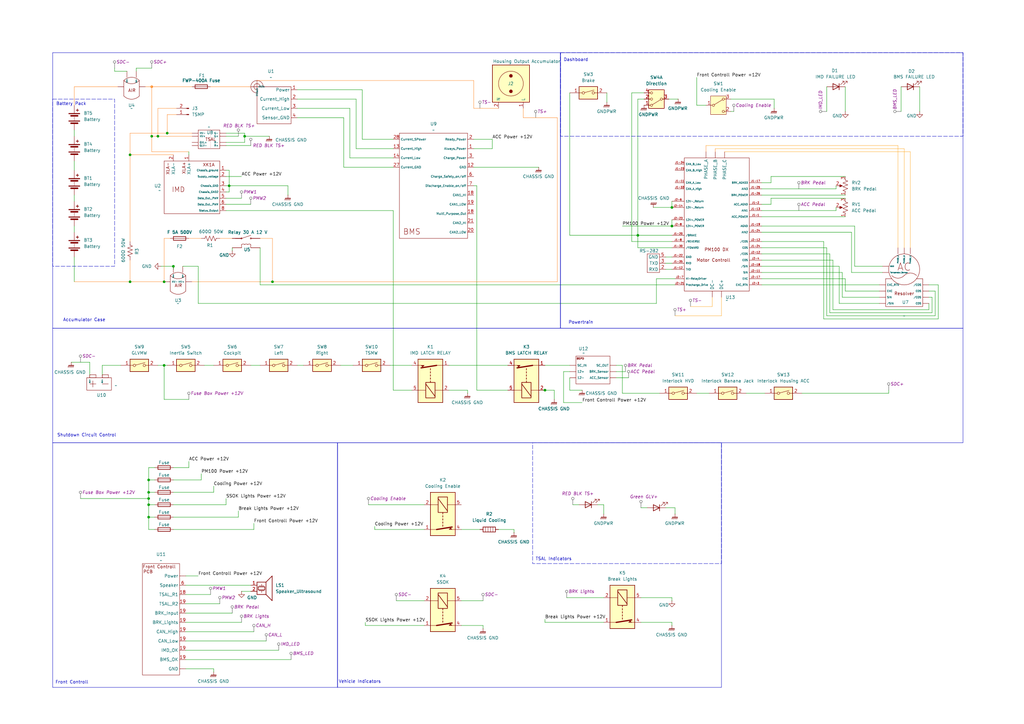
<source format=kicad_sch>
(kicad_sch (version 20231120) (generator "eeschema") (generator_version "8.0")
  (paper "A3")
  (lib_symbols
    (symbol "AIR_1"
      (property "Reference" "U4" (at 0.635 -10.16 0))
      (property "Value" "~" (at 0.635 -11.43 0))
      (symbol "AIR_1_1_1"
        (text "AIR\n" (at 0.762 -4.064 0) (effects (font (size 1.27 1.27))))
        (pin bidirectional line (at -5.08 -2.54 0) (length 2.54) (name "") (number ""))
        (pin bidirectional line (at 6.35 -2.54 180) (length 2.54) (name "") (number ""))
        (pin bidirectional line (at -1.27 3.81 270) (length 2.54) (name "GLV+") (number ""))
        (pin bidirectional line (at 2.54 3.81 270) (length 2.54) (name "GLV-") (number ""))
      )
    )
    (symbol "BMS_1"
      (property "Reference" "U9" (at -1.27 20.32 0))
      (property "Value" "~" (at -1.27 17.78 0))
      (symbol "BMS_1_1_1"
        (text "BMS" (at -10.16 -23.876 0) (effects (font (size 2.286 2.286))))
        (pin input line (at 15.24 10.16 180) (length 2.54) (name "Always_Power") (number "1"))
        (pin input line (at 15.24 2.54 180) (length 2.54) (name "GND") (number "12"))
        (pin input line (at -17.78 10.16 0) (length 2.54) (name "Current_High") (number "13"))
        (pin input line (at -17.78 6.35 0) (length 2.54) (name "Current_Low") (number "14"))
        (pin bidirectional line (at 15.24 -8.89 180) (length 2.54) (name "CAN1_HI") (number "18"))
        (pin output line (at 15.24 -16.51 180) (length 2.54) (name "Multi_Purpose_Out") (number "18"))
        (pin bidirectional line (at 15.24 -12.7 180) (length 2.54) (name "CAN1_LOW") (number "19"))
        (pin input line (at 15.24 13.97 180) (length 2.54) (name "Ready_Power") (number "2"))
        (pin bidirectional line (at 15.24 -24.13 180) (length 2.54) (name "CAN2_LOW") (number "20"))
        (pin bidirectional line (at 15.24 -20.32 180) (length 2.54) (name "CAN2_HI") (number "21"))
        (pin input line (at -17.78 2.54 0) (length 2.54) (name "Current_GND") (number "27"))
        (pin input line (at -17.78 13.97 0) (length 2.54) (name "Current_SPower") (number "28"))
        (pin input line (at 15.24 6.35 180) (length 2.54) (name "Charge_Power") (number "3"))
        (pin output line (at 15.24 -1.27 180) (length 2.54) (name "Charge_Safety_on/off") (number "6"))
        (pin output line (at 15.24 -5.08 180) (length 2.54) (name "Discharge_Enable_on/off") (number "7"))
      )
    )
    (symbol "BSPD_1"
      (property "Reference" "U12" (at 3.048 3.048 0))
      (property "Value" "~" (at 3.175 1.27 0))
      (symbol "BSPD_1_1_1"
        (text "BSPD\n" (at 1.778 -1.016 0) (effects (font (size 0.762 0.762))))
        (pin input line (at -2.54 -6.35 0) (length 2.54) (name "12+") (number ""))
        (pin input line (at -2.54 -8.89 0) (length 2.54) (name "12-") (number ""))
        (pin input line (at 16.51 -8.89 180) (length 2.54) (name "ACC_Sensor") (number ""))
        (pin input line (at 16.51 -6.35 180) (length 2.54) (name "BRK_Sensor") (number ""))
        (pin input line (at -2.54 -3.81 0) (length 2.54) (name "SC_IN") (number ""))
        (pin input line (at 16.51 -3.81 180) (length 2.54) (name "SC_OUT") (number ""))
      )
    )
    (symbol "Connector:Conn_01x02_Pin" (pin_names (offset 1.016) hide)
      (property "Reference" "J" (at 0 2.54 0))
      (property "Value" "Conn_01x02_Pin" (at 0 -5.08 0))
      (symbol "Conn_01x02_Pin_1_1"
        (pin passive line (at 5.08 0 180) (length 3.81) (name "Pin_1") (number "1"))
        (pin passive line (at 5.08 -2.54 180) (length 3.81) (name "Pin_2") (number "2"))
      )
    )
    (symbol "Connector:Conn_Receptacle_2P"
      (property "Reference" "J" (at -7.112 8.636 0))
      (property "Value" "Conn_Receptacle_2P" (at 0.254 -8.89 0))
      (symbol "Conn_Receptacle_2P_1_1"
        (pin power_in line (at 10.16 5.08 180) (length 2.54) (name "L") (number "1"))
        (pin power_out line (at 10.16 -5.08 180) (length 2.54) (name "N") (number "2"))
      )
    )
    (symbol "Device:Battery" (pin_numbers hide) (pin_names (offset 0) hide)
      (property "Reference" "BT" (at 2.54 2.54 0))
      (property "Value" "Battery" (at 2.54 0 0))
      (symbol "Battery_1_1"
        (pin passive line (at 0 5.08 270) (length 2.54) (name "+") (number "1"))
        (pin passive line (at 0 -5.08 90) (length 2.54) (name "-") (number "2"))
      )
    )
    (symbol "Device:Fuse" (pin_numbers hide) (pin_names (offset 0))
      (property "Reference" "F" (at 2.032 0 90))
      (property "Value" "Fuse" (at -1.905 0 90))
      (symbol "Fuse_1_1"
        (pin passive line (at 0 3.81 270) (length 1.27) (name "~") (number "1"))
        (pin passive line (at 0 -3.81 90) (length 1.27) (name "~") (number "2"))
      )
    )
    (symbol "Device:Heater" (pin_numbers hide) (pin_names (offset 0))
      (property "Reference" "R" (at 2.032 0 90))
      (property "Value" "Heater" (at -2.032 0 90))
      (symbol "Heater_1_1"
        (pin passive line (at 0 3.81 270) (length 1.27) (name "~") (number "1"))
        (pin passive line (at 0 -3.81 90) (length 1.27) (name "~") (number "2"))
      )
    )
    (symbol "Device:LED" (pin_numbers hide) (pin_names (offset 1.016) hide)
      (property "Reference" "D" (at 0 2.54 0))
      (property "Value" "LED" (at 0 -2.54 0))
      (symbol "LED_1_1"
        (pin passive line (at -3.81 0 0) (length 2.54) (name "K") (number "1"))
        (pin passive line (at 3.81 0 180) (length 2.54) (name "A") (number "2"))
      )
    )
    (symbol "Device:R_Potentiometer_US" (pin_names (offset 1.016) hide)
      (property "Reference" "RV" (at -4.445 0 90))
      (property "Value" "R_Potentiometer_US" (at -2.54 0 90))
      (symbol "R_Potentiometer_US_1_1"
        (pin passive line (at 0 3.81 270) (length 1.27) (name "1") (number "1"))
        (pin passive line (at 3.81 0 180) (length 1.27) (name "2") (number "2"))
        (pin passive line (at 0 -3.81 90) (length 1.27) (name "3") (number "3"))
      )
    )
    (symbol "Device:R_US" (pin_numbers hide) (pin_names (offset 0))
      (property "Reference" "R" (at 2.54 0 90))
      (property "Value" "R_US" (at -2.54 0 90))
      (symbol "R_US_1_1"
        (pin passive line (at 0 3.81 270) (length 1.27) (name "~") (number "1"))
        (pin passive line (at 0 -3.81 90) (length 1.27) (name "~") (number "2"))
      )
    )
    (symbol "Device:Speaker_Ultrasound" (pin_names (offset 0) hide)
      (property "Reference" "LS" (at 0.635 5.715 0))
      (property "Value" "Speaker_Ultrasound" (at 0.635 3.81 0))
      (symbol "Speaker_Ultrasound_1_1"
        (pin input line (at -5.08 0 0) (length 2.54) (name "1") (number "1"))
        (pin input line (at -5.08 -2.54 0) (length 2.54) (name "2") (number "2"))
      )
    )
    (symbol "FSAEV:AIR"
      (property "Reference" "U" (at -4.826 3.81 0))
      (symbol "AIR_1_1"
        (text "AIR\n" (at 0.762 -4.064 0) (effects (font (size 1.27 1.27))))
        (pin bidirectional line (at -1.27 3.81 270) (length 2.54) (name "GLV+") (number ""))
        (pin bidirectional line (at 2.54 3.81 270) (length 2.54) (name "GLV-") (number ""))
        (pin bidirectional line (at 6.35 -2.54 180) (length 2.54) (name "HV+") (number ""))
        (pin bidirectional line (at -5.08 -2.54 0) (length 2.54) (name "HV-") (number ""))
      )
    )
    (symbol "FSAEV:Battery"
      (property "Reference" "U" (at -5.842 7.874 0))
      (symbol "Battery_1_1"
        (pin bidirectional line (at -3.81 7.62 270) (length 1.27) (name "GLV+") (number ""))
        (pin bidirectional line (at 1.27 7.62 270) (length 1.27) (name "GLV+") (number ""))
      )
    )
    (symbol "FSAEV:Current_Sensor"
      (property "Reference" "U1" (at 5.715 6.35 0))
      (property "Value" "~" (at 5.715 3.81 0))
      (symbol "Current_Sensor_1_1"
        (pin bidirectional line (at -2.54 0 0) (length 2.54) (name "HVin") (number ""))
        (pin bidirectional line (at 0 2.54 270) (length 2.54) (name "HVout") (number ""))
        (pin input line (at 16.51 -1.27 180) (length 2.54) (name "Power") (number "1"))
        (pin input line (at 16.51 -5.08 180) (length 2.54) (name "Current_High") (number "2"))
        (pin input line (at 16.51 -8.89 180) (length 2.54) (name "Current_Low") (number "3"))
        (pin input line (at 16.51 -12.7 180) (length 2.54) (name "Sensor_GND") (number "4"))
      )
    )
    (symbol "FSAEV:E-Motor"
      (property "Reference" "U" (at -6.096 4.826 0))
      (symbol "E-Motor_1_1"
        (text "AC\n" (at 0 1.016 0) (effects (font (size 3.048 3.048))))
        (text "Resolver\n" (at 0 -9.906 0) (effects (font (size 1.27 1.27))))
        (pin bidirectional line (at 10.16 -11.43 180) (length 2.54) (name "/COS") (number ""))
        (pin bidirectional line (at 10.16 -6.35 180) (length 2.54) (name "/COS") (number ""))
        (pin bidirectional line (at -10.16 -13.97 0) (length 2.54) (name "/SIN") (number ""))
        (pin bidirectional line (at 10.16 -13.97 180) (length 2.54) (name "COS") (number ""))
        (pin bidirectional line (at 10.16 -8.89 180) (length 2.54) (name "COS") (number ""))
        (pin bidirectional line (at -10.16 -8.89 0) (length 2.54) (name "EXC") (number ""))
        (pin bidirectional line (at -10.16 -6.35 0) (length 2.54) (name "EXC_RTN") (number ""))
        (pin bidirectional line (at -8.89 1.27 0) (length 2.54) (name "GND") (number ""))
        (pin input line (at -2.54 8.89 270) (length 2.54) (name "PHASE_A") (number ""))
        (pin input line (at 0 8.89 270) (length 2.54) (name "PHASE_B") (number ""))
        (pin input line (at 2.54 8.89 270) (length 2.54) (name "PHASE_C") (number ""))
        (pin bidirectional line (at -10.16 -11.43 0) (length 2.54) (name "SIN") (number ""))
        (pin bidirectional line (at -8.89 -1.27 0) (length 2.54) (name "Temperatur_Sensor") (number ""))
      )
    )
    (symbol "FSAEV:Front_Controll"
      (property "Reference" "U" (at -2.794 3.556 0))
      (symbol "Front_Controll_1_1"
        (text "Front Controll\n" (at 6.858 -1.27 0) (effects (font (size 1.27 1.27))))
        (text "PCB\n" (at 2.286 -3.302 0) (effects (font (size 1.27 1.27))))
        (pin output line (at 17.78 -43.18 180) (length 2.54) (name "GND") (number ""))
        (pin output line (at 17.78 -5.08 180) (length 2.54) (name "Power") (number ""))
        (pin output line (at 17.78 -12.7 180) (length 2.54) (name "TSAL_R1") (number "18"))
        (pin output line (at 17.78 -39.37 180) (length 2.54) (name "BMS_OK") (number "19"))
        (pin output line (at 17.78 -20.32 180) (length 2.54) (name "BRK_Input") (number "19"))
        (pin output line (at 17.78 -24.13 180) (length 2.54) (name "BRK_Lights") (number "19"))
        (pin output line (at 17.78 -27.94 180) (length 2.54) (name "CAN_High") (number "19"))
        (pin output line (at 17.78 -31.75 180) (length 2.54) (name "CAN_Low") (number "19"))
        (pin output line (at 17.78 -35.56 180) (length 2.54) (name "IMD_OK") (number "19"))
        (pin output line (at 17.78 -16.51 180) (length 2.54) (name "TSAL_R2") (number "19"))
        (pin output line (at 17.78 -8.89 180) (length 2.54) (name "Speaker") (number "6"))
      )
    )
    (symbol "FSAEV:IMD"
      (property "Reference" "U" (at 1.016 1.778 0))
      (symbol "IMD_1_1"
        (text "IMD\n" (at -17.018 -11.684 0) (effects (font (size 2.032 2.032))))
        (text "XK1A\n" (at -4.572 -1.524 0) (effects (font (size 1.27 1.27))))
        (text "XLA+\n" (at -14.732 -2.794 900) (effects (font (size 1.27 1.27))))
        (text "XLA-\n\n" (at -20.32 -3.048 900) (effects (font (size 1.27 1.27))))
        (pin input line (at 2.54 -3.81 180) (length 2.54) (name "Chassis_ground") (number "1"))
        (pin input line (at -12.7 2.54 270) (length 2.54) (name "XLA+") (number "1"))
        (pin input line (at 2.54 -6.35 180) (length 2.54) (name "Supply_voltage") (number "2"))
        (pin input line (at -19.05 2.54 270) (length 2.54) (name "XLA-") (number "2"))
        (pin output line (at 2.54 -10.16 180) (length 2.54) (name "Chassis_GND") (number "3"))
        (pin output line (at 2.54 -12.7 180) (length 2.54) (name "Chassis_GND2") (number "4"))
        (pin output line (at 2.54 -15.24 180) (length 2.54) (name "Data_Out,_PWM") (number "5"))
        (pin output line (at 2.54 -17.78 180) (length 2.54) (name "Data_Out,_PWM") (number "6"))
        (pin output line (at 2.54 -20.32 180) (length 2.54) (name "Status_Output") (number "8"))
      )
    )
    (symbol "FSAEV:RS-232"
      (property "Reference" "RS-232" (at 0.762 1.27 0))
      (property "Value" "~" (at 2.54 1.27 0))
      (symbol "RS-232_1_1"
        (pin input line (at 7.62 -6.35 180) (length 2.54) (name "RXD") (number "2"))
        (pin input line (at 7.62 -3.81 180) (length 2.54) (name "TXD") (number "3"))
        (pin input line (at 7.62 -1.27 180) (length 2.54) (name "GND") (number "5"))
      )
    )
    (symbol "FSAEV:RelaySym"
      (property "Reference" "U5" (at -0.508 3.048 0))
      (property "Value" "~" (at -4.064 3.556 0))
      (symbol "RelaySym_1_1"
        (pin bidirectional line (at -6.35 -3.81 0) (length 3.81) (name "") (number ""))
        (pin bidirectional line (at -6.35 0 0) (length 3.81) (name "") (number ""))
        (pin bidirectional line (at 5.08 -3.81 180) (length 3.81) (name "") (number ""))
        (pin bidirectional line (at 5.08 0 180) (length 3.81) (name "") (number ""))
      )
    )
    (symbol "FSAEV:TSAL"
      (property "Reference" "U" (at -5.842 3.81 0))
      (symbol "TSAL_1_1"
        (text "TSAL\n" (at 0 -1.27 0) (effects (font (size 1.27 1.27))))
        (pin output line (at 6.35 0 180) (length 2.54) (name "G+") (number ""))
        (pin output line (at 6.35 1.27 180) (length 2.54) (name "G-") (number ""))
        (pin input line (at -7.62 -3.81 0) (length 2.54) (name "GLV-") (number ""))
        (pin input line (at -7.62 -2.54 0) (length 2.54) (name "GVL+") (number ""))
        (pin input line (at -7.62 0 0) (length 2.54) (name "HV+") (number ""))
        (pin input line (at -7.62 1.27 0) (length 2.54) (name "HV-") (number ""))
        (pin output line (at 6.35 -3.81 180) (length 2.54) (name "R+") (number ""))
        (pin output line (at 6.35 -2.54 180) (length 2.54) (name "R-") (number ""))
      )
    )
    (symbol "Motor_Controller_PM100_1"
      (property "Reference" "U" (at -13.208 24.384 0))
      (symbol "Motor_Controller_PM100_1_1_1"
        (text "Motor Controll \n" (at 0.254 10.16 0) (effects (font (size 1.27 1.27))))
        (text "PM100 DX\n\n" (at -0.508 6.858 0) (effects (font (size 1.27 1.27))))
        (pin input line (at -2.54 25.4 270) (length 2.54) (name "DC+") (number ""))
        (pin input line (at 1.27 25.4 270) (length 2.54) (name "DC-") (number ""))
        (pin output line (at 3.81 -34.29 90) (length 2.54) (name "PHASE_A") (number ""))
        (pin output line (at 0 -34.29 90) (length 2.54) (name "PHASE_B") (number ""))
        (pin output line (at -3.81 -34.29 90) (length 2.54) (name "PHASE_C") (number ""))
        (pin bidirectional line (at -19.05 -7.62 0) (length 5.08) (name "ACC_POWER") (number "J1-1"))
        (pin bidirectional line (at 16.51 -21.59 180) (length 3.81) (name "CAN_A_Low") (number "J1-11"))
        (pin bidirectional line (at 17.78 13.97 180) (length 5.08) (name "TXD") (number "J1-12"))
        (pin bidirectional line (at -19.05 -10.16 0) (length 5.08) (name "AIN1") (number "J1-13"))
        (pin bidirectional line (at -19.05 -21.59 0) (length 5.08) (name "BRK_AGND3") (number "J1-17"))
        (pin bidirectional line (at -19.05 -3.81 0) (length 5.08) (name "AGND") (number "J1-19"))
        (pin bidirectional line (at -19.05 -12.7 0) (length 5.08) (name "ACC_AGND") (number "J1-2"))
        (pin input line (at 17.78 0 180) (length 5.08) (name "/BRAKE") (number "J1-20"))
        (pin bidirectional line (at 17.78 8.89 180) (length 5.08) (name "GND") (number "J1-22"))
        (pin bidirectional line (at 16.51 -26.67 180) (length 3.81) (name "CAN_B_High") (number "J1-23"))
        (pin bidirectional line (at -19.05 -1.27 0) (length 5.08) (name "AIN2") (number "J1-24"))
        (pin bidirectional line (at -19.05 5.08 0) (length 5.08) (name "COS") (number "J1-24"))
        (pin bidirectional line (at -19.05 -19.05 0) (length 5.08) (name "AIN3") (number "J1-25"))
        (pin bidirectional line (at -19.05 -16.51 0) (length 5.08) (name "BRK_POWER") (number "J1-26"))
        (pin input line (at 17.78 5.08 180) (length 5.08) (name "/FOWARD") (number "J1-30"))
        (pin bidirectional line (at 16.51 -19.05 180) (length 3.81) (name "CAN_A_High") (number "J1-33"))
        (pin bidirectional line (at 16.51 -29.21 180) (length 3.81) (name "CAN_B_Low") (number "J1-34"))
        (pin bidirectional line (at 17.78 11.43 180) (length 5.08) (name "RXD") (number "J1-35"))
        (pin input line (at 17.78 2.54 180) (length 5.08) (name "/REVERSE") (number "J1-8"))
        (pin bidirectional line (at -19.05 15.24 0) (length 5.08) (name "SIN") (number "J2-11"))
        (pin bidirectional line (at -19.05 2.54 0) (length 5.08) (name "/COS") (number "J2-12"))
        (pin bidirectional line (at -19.05 7.62 0) (length 5.08) (name "/COS") (number "J2-12"))
        (pin bidirectional line (at 17.78 -11.43 180) (length 5.08) (name "12V-_Return") (number "J2-14"))
        (pin bidirectional line (at -19.05 17.78 0) (length 5.08) (name "EXC") (number "J2-17"))
        (pin bidirectional line (at -19.05 12.7 0) (length 5.08) (name "/SIN") (number "J2-18"))
        (pin output line (at 16.51 20.32 180) (length 3.81) (name "Precharge_Drive") (number "J2-21"))
        (pin bidirectional line (at 17.78 -6.35 180) (length 5.08) (name "12V+_POWER") (number "J2-23"))
        (pin bidirectional line (at -19.05 20.32 0) (length 5.08) (name "EXC_RTN") (number "J2-3"))
        (pin bidirectional line (at -19.05 10.16 0) (length 5.08) (name "COS") (number "J2-4"))
        (pin bidirectional line (at 17.78 -13.97 180) (length 5.08) (name "12V-_Return") (number "J2-6"))
        (pin output line (at 16.51 17.78 180) (length 3.81) (name "Hi-RelayDriver") (number "J2-7"))
        (pin bidirectional line (at 17.78 -3.81 180) (length 5.08) (name "12V+_POWER") (number "J2-8"))
      )
    )
    (symbol "Relay:SANYOU_SRD_Form_B"
      (property "Reference" "K" (at 8.89 3.81 0))
      (property "Value" "SANYOU_SRD_Form_B" (at 8.89 1.27 0))
      (symbol "SANYOU_SRD_Form_B_1_1"
        (pin passive line (at 5.08 -7.62 90) (length 2.54) (name "~") (number "1"))
        (pin passive line (at -5.08 -7.62 90) (length 2.54) (name "~") (number "2"))
        (pin passive line (at 5.08 7.62 270) (length 2.54) (name "~") (number "4"))
        (pin passive line (at -5.08 7.62 270) (length 2.54) (name "~") (number "5"))
      )
    )
    (symbol "Switch:SW_DIP_x01" (pin_names (offset 0) hide)
      (property "Reference" "SW" (at 0 3.81 0))
      (property "Value" "SW_DIP_x01" (at 0 -3.81 0))
      (symbol "SW_DIP_x01_1_1"
        (pin passive line (at -7.62 0 0) (length 5.08) (name "~") (number "1"))
        (pin passive line (at 7.62 0 180) (length 5.08) (name "~") (number "2"))
      )
    )
    (symbol "Switch:SW_DP3T" (pin_names (offset 0) hide)
      (property "Reference" "SW" (at 0 5.08 0))
      (property "Value" "SW_DP3T" (at 0 -5.08 0))
      (symbol "SW_DP3T_1_1"
        (pin passive line (at 5.08 2.54 180) (length 2.54) (name "1") (number "1"))
        (pin passive line (at 5.08 0 180) (length 2.54) (name "2") (number "2"))
        (pin passive line (at -5.08 0 0) (length 2.54) (name "3") (number "3"))
        (pin passive line (at 5.08 -2.54 180) (length 2.54) (name "4") (number "4"))
      )
      (symbol "SW_DP3T_2_1"
        (pin passive line (at 5.08 2.54 180) (length 2.54) (name "5") (number "5"))
        (pin passive line (at 5.08 0 180) (length 2.54) (name "6") (number "6"))
        (pin passive line (at -5.08 0 0) (length 2.54) (name "7") (number "7"))
        (pin passive line (at 5.08 -2.54 180) (length 2.54) (name "8") (number "8"))
      )
    )
    (symbol "Switch:SW_Wuerth_450301014042" (pin_names (offset 1) hide)
      (property "Reference" "SW" (at 0 5.08 0))
      (property "Value" "SW_Wuerth_450301014042" (at 0 -5.08 0))
      (symbol "SW_Wuerth_450301014042_1_1"
        (pin passive line (at -5.08 0 0) (length 2.54) (name "B") (number "1"))
        (pin passive line (at 5.08 -2.54 180) (length 2.54) (name "C") (number "2"))
        (pin passive line (at 5.08 2.54 180) (length 2.54) (name "A") (number "3"))
      )
    )
    (symbol "power:GND" (power) (pin_numbers hide) (pin_names (offset 0) hide)
      (property "Value" "GND" (at 0 -3.81 0))
      (symbol "GND_1_1"
        (pin power_in line (at 0 0 270) (length 0) (name "~") (number "1"))
      )
    )
    (symbol "power:GNDPWR" (power) (pin_numbers hide) (pin_names (offset 0) hide)
      (property "Value" "GNDPWR" (at 0 -3.302 0))
      (symbol "GNDPWR_1_1"
        (pin power_in line (at 0 0 270) (length 0) (name "~") (number "1"))
      )
    )
  )
  (junction (at 68.58 54.61))
  (junction (at 62.23 35.56) (color 255 138 43 1))
  (junction (at 64.77 55.88))
  (junction (at 93.98 76.2))
  (junction (at 67.31 149.86))
  (junction (at 100.33 55.88))
  (junction (at 67.31 115.57))
  (junction (at 60.96 207.01))
  (junction (at 111.76 115.57))
  (junction (at 71.12 109.22))
  (junction (at 53.34 63.5))
  (junction (at 60.96 196.85))
  (junction (at 275.59 85.09))
  (junction (at 261.62 96.52))
  (junction (at 62.23 55.88))
  (junction (at 275.59 92.71))
  (junction (at 53.34 115.57))
  (junction (at 223.52 160.02))
  (junction (at 60.96 201.93))
  (junction (at 60.96 212.09))
  (junction (at 60.96 204.47))
  (wire (pts (xy 33.02 204.47) (xy 60.96 204.47)))
  (wire (pts (xy 92.71 78.74) (xy 93.98 78.74)))
  (wire (pts (xy 234.95 207.01) (xy 237.49 207.01)))
  (wire (pts (xy 247.65 255.27) (xy 223.52 255.27)))
  (wire (pts (xy 67.31 97.79) (xy 67.31 115.57)) (stroke (width 0) (color 255 138 43 1)))
  (wire (pts (xy 381 127) (xy 381 124.46)))
  (wire (pts (xy 83.82 149.86) (xy 87.63 149.86)))
  (wire (pts (xy 76.2 266.7) (xy 114.3 266.7)))
  (wire (pts (xy 255.27 161.29) (xy 255.27 149.86)))
  (wire (pts (xy 76.2 274.32) (xy 87.63 274.32)))
  (wire (pts (xy 121.92 48.26) (xy 140.97 48.26)))
  (wire (pts (xy 255.27 149.86) (xy 252.73 149.86)))
  (wire (pts (xy 231.14 165.1) (xy 238.76 165.1)))
  (wire (pts (xy 262.89 245.11) (xy 275.59 245.11)))
  (wire (pts (xy 245.11 207.01) (xy 247.65 207.01)))
  (wire (pts (xy 102.87 149.86) (xy 106.68 149.86)))
  (wire (pts (xy 173.99 256.54) (xy 149.86 256.54)))
  (wire (pts (xy 195.58 76.2) (xy 195.58 160.02)))
  (wire (pts (xy 60.96 217.17) (xy 63.5 217.17)))
  (wire (pts (xy 71.12 201.93) (xy 87.63 201.93)))
  (wire (pts (xy 146.05 40.64) (xy 146.05 60.96)))
  (wire (pts (xy 273.05 208.28) (xy 276.86 208.28)))
  (wire (pts (xy 364.49 160.02) (xy 364.49 161.29)))
  (wire (pts (xy 382.27 128.27) (xy 382.27 121.92)))
  (wire (pts (xy 194.31 33.02) (xy 194.31 44.45)) (stroke (width 0) (color 255 138 43 1)))
  (wire (pts (xy 105.41 33.02) (xy 194.31 33.02)) (stroke (width 0) (color 255 138 43 1)))
  (wire (pts (xy 76.2 243.84) (xy 86.36 243.84)))
  (wire (pts (xy 261.62 40.64) (xy 264.16 40.64)))
  (wire (pts (xy 77.47 97.79) (xy 82.55 97.79)) (stroke (width 0) (color 255 138 43 1)))
  (wire (pts (xy 198.12 256.54) (xy 198.12 257.81)))
  (wire (pts (xy 316.23 83.82) (xy 316.23 81.28)))
  (wire (pts (xy 71.12 217.17) (xy 104.14 217.17)))
  (wire (pts (xy 66.04 109.22) (xy 71.12 109.22)))
  (wire (pts (xy 344.17 124.46) (xy 344.17 109.22)))
  (wire (pts (xy 46.99 29.21) (xy 52.07 29.21)))
  (wire (pts (xy 201.93 57.15) (xy 201.93 60.96)))
  (wire (pts (xy 233.68 38.1) (xy 233.68 96.52)))
  (wire (pts (xy 86.36 35.56) (xy 102.87 35.56)) (stroke (width 0) (color 255 138 43 1)))
  (wire (pts (xy 231.14 152.4) (xy 231.14 165.1)))
  (wire (pts (xy 60.96 204.47) (xy 60.96 207.01)))
  (wire (pts (xy 67.31 149.86) (xy 67.31 163.83)))
  (wire (pts (xy 30.48 92.71) (xy 30.48 95.25)))
  (wire (pts (xy 276.86 129.54) (xy 295.91 129.54)) (stroke (width 0) (color 255 172 45 1)))
  (wire (pts (xy 60.96 196.85) (xy 63.5 196.85)))
  (wire (pts (xy 173.99 246.38) (xy 162.56 246.38)))
  (wire (pts (xy 99.06 242.57) (xy 102.87 242.57)))
  (wire (pts (xy 92.71 204.47) (xy 92.71 207.01)))
  (wire (pts (xy 93.98 76.2) (xy 92.71 76.2)))
  (wire (pts (xy 59.69 35.56) (xy 62.23 35.56)) (stroke (width 0) (color 255 138 43 1)))
  (wire (pts (xy 228.6 115.57) (xy 228.6 48.26)) (stroke (width 0) (color 255 138 43 1)))
  (wire (pts (xy 261.62 101.6) (xy 261.62 96.52)))
  (wire (pts (xy 340.36 128.27) (xy 382.27 128.27)))
  (wire (pts (xy 62.23 35.56) (xy 78.74 35.56)) (stroke (width 0) (color 255 138 43 1)))
  (wire (pts (xy 41.91 149.86) (xy 49.53 149.86)))
  (wire (pts (xy 312.42 88.9) (xy 346.71 88.9)))
  (wire (pts (xy 339.09 101.6) (xy 312.42 101.6)))
  (wire (pts (xy 30.48 80.01) (xy 30.48 82.55)))
  (wire (pts (xy 76.2 255.27) (xy 99.06 255.27)))
  (wire (pts (xy 53.34 106.68) (xy 53.34 115.57)) (stroke (width 0) (color 255 138 43 1)))
  (wire (pts (xy 77.47 62.23) (xy 62.23 62.23)) (stroke (width 0) (color 255 138 43 1)))
  (wire (pts (xy 306.07 161.29) (xy 313.69 161.29)))
  (wire (pts (xy 77.47 163.83) (xy 67.31 163.83)))
  (wire (pts (xy 299.72 45.72) (xy 300.99 45.72)))
  (wire (pts (xy 344.17 109.22) (xy 312.42 109.22)))
  (wire (pts (xy 92.71 54.61) (xy 100.33 54.61)))
  (wire (pts (xy 77.47 189.23) (xy 77.47 191.77)))
  (wire (pts (xy 210.82 217.17) (xy 210.82 218.44)))
  (wire (pts (xy 53.34 63.5) (xy 53.34 99.06)) (stroke (width 0) (color 255 138 43 1)))
  (wire (pts (xy 67.31 149.86) (xy 68.58 149.86)))
  (wire (pts (xy 29.21 148.59) (xy 36.83 148.59)))
  (wire (pts (xy 92.71 55.88) (xy 97.79 55.88)))
  (wire (pts (xy 30.48 53.34) (xy 30.48 55.88)))
  (wire (pts (xy 143.51 64.77) (xy 143.51 44.45)))
  (wire (pts (xy 67.31 97.79) (xy 69.85 97.79)) (stroke (width 0) (color 255 138 43 1)))
  (wire (pts (xy 161.29 86.36) (xy 161.29 160.02)))
  (wire (pts (xy 153.67 217.17) (xy 153.67 215.9)))
  (wire (pts (xy 262.89 255.27) (xy 275.59 255.27)))
  (wire (pts (xy 189.23 256.54) (xy 198.12 256.54)))
  (wire (pts (xy 194.31 76.2) (xy 195.58 76.2)))
  (wire (pts (xy 46.99 29.21) (xy 46.99 27.94)))
  (wire (pts (xy 41.91 149.86) (xy 41.91 153.67)))
  (wire (pts (xy 194.31 57.15) (xy 201.93 57.15)))
  (wire (pts (xy 339.09 129.54) (xy 339.09 101.6)))
  (wire (pts (xy 184.15 160.02) (xy 191.77 160.02)))
  (wire (pts (xy 194.31 68.58) (xy 220.98 68.58)))
  (wire (pts (xy 194.31 60.96) (xy 201.93 60.96)))
  (wire (pts (xy 276.86 208.28) (xy 276.86 210.82)))
  (wire (pts (xy 342.9 77.47) (xy 342.9 76.2)))
  (wire (pts (xy 316.23 74.93) (xy 316.23 72.39)))
  (wire (pts (xy 297.18 62.23) (xy 373.38 62.23)) (stroke (width 0) (color 255 172 45 1)))
  (wire (pts (xy 349.25 95.25) (xy 349.25 111.76)))
  (wire (pts (xy 262.89 208.28) (xy 265.43 208.28)))
  (wire (pts (xy 63.5 191.77) (xy 60.96 191.77)))
  (wire (pts (xy 312.42 80.01) (xy 346.71 80.01)))
  (wire (pts (xy 60.96 201.93) (xy 60.96 204.47)))
  (wire (pts (xy 76.2 236.22) (xy 81.28 236.22)))
  (wire (pts (xy 111.76 97.79) (xy 111.76 115.57)) (stroke (width 0) (color 255 138 43 1)))
  (wire (pts (xy 312.42 74.93) (xy 316.23 74.93)))
  (wire (pts (xy 149.86 256.54) (xy 149.86 255.27)))
  (wire (pts (xy 328.93 161.29) (xy 364.49 161.29)))
  (wire (pts (xy 93.98 69.85) (xy 93.98 76.2)))
  (wire (pts (xy 76.2 251.46) (xy 95.25 251.46)))
  (wire (pts (xy 350.52 109.22) (xy 350.52 92.71)))
  (wire (pts (xy 106.68 101.6) (xy 106.68 116.84)))
  (wire (pts (xy 100.33 54.61) (xy 100.33 55.88)))
  (wire (pts (xy 146.05 60.96) (xy 161.29 60.96)))
  (wire (pts (xy 312.42 83.82) (xy 316.23 83.82)))
  (wire (pts (xy 373.38 62.23) (xy 373.38 101.6)) (stroke (width 0) (color 255 172 45 1)))
  (wire (pts (xy 173.99 207.01) (xy 151.13 207.01)))
  (wire (pts (xy 233.68 96.52) (xy 261.62 96.52)))
  (wire (pts (xy 312.42 116.84) (xy 360.68 116.84)))
  (wire (pts (xy 285.75 31.75) (xy 285.75 43.18)))
  (wire (pts (xy 285.75 161.29) (xy 290.83 161.29)))
  (wire (pts (xy 312.42 99.06) (xy 337.82 99.06)))
  (wire (pts (xy 76.2 247.65) (xy 90.17 247.65)))
  (wire (pts (xy 81.28 109.22) (xy 74.93 109.22)))
  (wire (pts (xy 339.09 35.56) (xy 339.09 45.72)))
  (wire (pts (xy 68.58 54.61) (xy 78.74 54.61)) (stroke (width 0) (color 255 138 43 1)))
  (wire (pts (xy 350.52 92.71) (xy 312.42 92.71)))
  (wire (pts (xy 317.5 40.64) (xy 299.72 40.64)))
  (wire (pts (xy 345.44 121.92) (xy 360.68 121.92)))
  (wire (pts (xy 273.05 107.95) (xy 275.59 107.95)))
  (wire (pts (xy 191.77 160.02) (xy 191.77 161.29)))
  (wire (pts (xy 93.98 76.2) (xy 118.11 76.2)))
  (wire (pts (xy 312.42 104.14) (xy 340.36 104.14)))
  (wire (pts (xy 381 119.38) (xy 383.54 119.38)))
  (wire (pts (xy 64.77 149.86) (xy 67.31 149.86)))
  (wire (pts (xy 161.29 64.77) (xy 143.51 64.77)))
  (wire (pts (xy 60.96 207.01) (xy 63.5 207.01)))
  (wire (pts (xy 346.71 119.38) (xy 360.68 119.38)))
  (wire (pts (xy 275.59 99.06) (xy 259.08 99.06)))
  (wire (pts (xy 60.96 191.77) (xy 60.96 196.85)))
  (wire (pts (xy 252.73 152.4) (xy 256.54 152.4)))
  (wire (pts (xy 248.92 38.1) (xy 248.92 41.91)))
  (wire (pts (xy 383.54 119.38) (xy 383.54 129.54)))
  (wire (pts (xy 370.84 60.96) (xy 370.84 101.6)) (stroke (width 0) (color 255 172 45 1)))
  (wire (pts (xy 140.97 68.58) (xy 161.29 68.58)))
  (wire (pts (xy 121.92 149.86) (xy 124.46 149.86)))
  (wire (pts (xy 30.48 105.41) (xy 30.48 115.57)))
  (wire (pts (xy 160.02 149.86) (xy 168.91 149.86)))
  (wire (pts (xy 71.12 207.01) (xy 92.71 207.01)))
  (wire (pts (xy 30.48 35.56) (xy 48.26 35.56)) (stroke (width 0) (color 255 138 43 1)))
  (wire (pts (xy 93.98 78.74) (xy 93.98 76.2)))
  (wire (pts (xy 60.96 201.93) (xy 63.5 201.93)))
  (wire (pts (xy 283.21 125.73) (xy 292.1 125.73)) (stroke (width 0) (color 255 172 45 1)))
  (wire (pts (xy 345.44 111.76) (xy 345.44 121.92)))
  (wire (pts (xy 289.56 59.69) (xy 368.3 59.69)) (stroke (width 0) (color 255 172 45 1)))
  (wire (pts (xy 261.62 40.64) (xy 261.62 96.52)))
  (wire (pts (xy 82.55 194.31) (xy 82.55 196.85)))
  (wire (pts (xy 346.71 35.56) (xy 346.71 45.72)))
  (wire (pts (xy 361.95 109.22) (xy 350.52 109.22)))
  (wire (pts (xy 255.27 161.29) (xy 270.51 161.29)))
  (wire (pts (xy 233.68 152.4) (xy 231.14 152.4)))
  (wire (pts (xy 53.34 115.57) (xy 67.31 115.57)) (stroke (width 0) (color 255 138 43 1)))
  (wire (pts (xy 30.48 66.04) (xy 30.48 69.85)))
  (wire (pts (xy 204.47 217.17) (xy 210.82 217.17)))
  (wire (pts (xy 377.19 45.72) (xy 377.19 35.56)))
  (wire (pts (xy 76.2 259.08) (xy 104.14 259.08)))
  (wire (pts (xy 340.36 104.14) (xy 340.36 128.27)))
  (wire (pts (xy 360.68 124.46) (xy 344.17 124.46)))
  (wire (pts (xy 349.25 111.76) (xy 361.95 111.76)))
  (wire (pts (xy 53.34 63.5) (xy 71.12 63.5)) (stroke (width 0) (color 255 138 43 1)))
  (wire (pts (xy 269.24 124.46) (xy 269.24 114.3)))
  (wire (pts (xy 312.42 77.47) (xy 342.9 77.47)))
  (wire (pts (xy 189.23 217.17) (xy 196.85 217.17)))
  (wire (pts (xy 87.63 274.32) (xy 87.63 275.59)))
  (wire (pts (xy 222.25 160.02) (xy 223.52 160.02)))
  (wire (pts (xy 369.57 35.56) (xy 369.57 45.72)))
  (wire (pts (xy 81.28 124.46) (xy 269.24 124.46)))
  (wire (pts (xy 267.97 85.09) (xy 275.59 85.09)))
  (wire (pts (xy 68.58 54.61) (xy 68.58 46.99)) (stroke (width 0) (color 255 138 43 1)))
  (wire (pts (xy 90.17 97.79) (xy 95.25 97.79)) (stroke (width 0) (color 255 138 43 1)))
  (wire (pts (xy 317.5 40.64) (xy 317.5 44.45)))
  (wire (pts (xy 341.63 127) (xy 381 127)))
  (wire (pts (xy 76.2 240.03) (xy 102.87 240.03)))
  (wire (pts (xy 60.96 212.09) (xy 60.96 217.17)))
  (wire (pts (xy 275.59 245.11) (xy 275.59 246.38)))
  (wire (pts (xy 55.88 27.94) (xy 62.23 27.94)))
  (wire (pts (xy 273.05 105.41) (xy 275.59 105.41)))
  (wire (pts (xy 100.33 58.42) (xy 92.71 58.42)))
  (wire (pts (xy 223.52 160.02) (xy 227.33 160.02)))
  (wire (pts (xy 312.42 106.68) (xy 341.63 106.68)))
  (wire (pts (xy 76.2 270.51) (xy 119.38 270.51)))
  (wire (pts (xy 92.71 83.82) (xy 102.87 83.82)))
  (wire (pts (xy 64.77 55.88) (xy 64.77 44.45)) (stroke (width 0) (color 255 138 43 1)))
  (wire (pts (xy 62.23 62.23) (xy 62.23 55.88)) (stroke (width 0) (color 255 138 43 1)))
  (wire (pts (xy 312.42 114.3) (xy 346.71 114.3)))
  (wire (pts (xy 55.88 27.94) (xy 55.88 29.21)))
  (wire (pts (xy 368.3 59.69) (xy 368.3 101.6)) (stroke (width 0) (color 255 172 45 1)))
  (wire (pts (xy 292.1 121.92) (xy 292.1 125.73)) (stroke (width 0) (color 255 172 45 1)))
  (wire (pts (xy 30.48 115.57) (xy 53.34 115.57)) (stroke (width 0) (color 255 138 43 1)))
  (wire (pts (xy 53.34 54.61) (xy 53.34 63.5)) (stroke (width 0) (color 255 138 43 1)))
  (wire (pts (xy 161.29 160.02) (xy 168.91 160.02)))
  (wire (pts (xy 92.71 72.39) (xy 99.06 72.39)))
  (wire (pts (xy 194.31 44.45) (xy 204.47 44.45)) (stroke (width 0) (color 255 138 43 1)))
  (wire (pts (xy 233.68 154.94) (xy 233.68 160.02)))
  (wire (pts (xy 36.83 153.67) (xy 36.83 148.59)))
  (wire (pts (xy 233.68 160.02) (xy 238.76 160.02)))
  (wire (pts (xy 316.23 81.28) (xy 346.71 81.28)))
  (wire (pts (xy 189.23 246.38) (xy 198.12 246.38)))
  (wire (pts (xy 81.28 124.46) (xy 81.28 109.22)))
  (wire (pts (xy 111.76 115.57) (xy 228.6 115.57)) (stroke (width 0) (color 255 138 43 1)))
  (wire (pts (xy 118.11 76.2) (xy 118.11 80.01)))
  (wire (pts (xy 100.33 55.88) (xy 110.49 55.88)))
  (wire (pts (xy 252.73 154.94) (xy 257.81 154.94)))
  (wire (pts (xy 295.91 121.92) (xy 295.91 129.54)) (stroke (width 0) (color 255 172 45 1)))
  (wire (pts (xy 289.56 62.23) (xy 289.56 59.69)) (stroke (width 0) (color 255 138 43 1)))
  (wire (pts (xy 78.74 115.57) (xy 111.76 115.57)) (stroke (width 0) (color 255 138 43 1)))
  (wire (pts (xy 275.59 101.6) (xy 261.62 101.6)))
  (wire (pts (xy 121.92 40.64) (xy 146.05 40.64)))
  (wire (pts (xy 195.58 160.02) (xy 208.28 160.02)))
  (wire (pts (xy 312.42 86.36) (xy 342.9 86.36)))
  (wire (pts (xy 148.59 36.83) (xy 121.92 36.83)))
  (wire (pts (xy 76.2 262.89) (xy 109.22 262.89)))
  (wire (pts (xy 64.77 55.88) (xy 62.23 55.88)) (stroke (width 0) (color 255 138 43 1)))
  (wire (pts (xy 214.63 48.26) (xy 214.63 44.45)) (stroke (width 0) (color 255 138 43 1)))
  (wire (pts (xy 71.12 196.85) (xy 82.55 196.85)))
  (wire (pts (xy 148.59 57.15) (xy 148.59 36.83)))
  (wire (pts (xy 269.24 114.3) (xy 276.86 114.3)))
  (wire (pts (xy 87.63 199.39) (xy 87.63 201.93)))
  (wire (pts (xy 341.63 106.68) (xy 341.63 127)))
  (wire (pts (xy 173.99 217.17) (xy 153.67 217.17)))
  (wire (pts (xy 273.05 110.49) (xy 275.59 110.49)))
  (wire (pts (xy 275.59 90.17) (xy 275.59 92.71)))
  (wire (pts (xy 53.34 54.61) (xy 68.58 54.61)) (stroke (width 0) (color 255 138 43 1)))
  (wire (pts (xy 384.81 130.81) (xy 384.81 116.84)))
  (wire (pts (xy 223.52 255.27) (xy 223.52 254)))
  (wire (pts (xy 342.9 86.36) (xy 342.9 85.09)))
  (wire (pts (xy 92.71 69.85) (xy 93.98 69.85)))
  (wire (pts (xy 312.42 95.25) (xy 349.25 95.25)))
  (wire (pts (xy 293.37 60.96) (xy 370.84 60.96)) (stroke (width 0) (color 255 172 45 1)))
  (wire (pts (xy 275.59 82.55) (xy 275.59 85.09)))
  (wire (pts (xy 337.82 130.81) (xy 384.81 130.81)))
  (wire (pts (xy 228.6 48.26) (xy 214.63 48.26)) (stroke (width 0) (color 255 138 43 1)))
  (wire (pts (xy 71.12 191.77) (xy 77.47 191.77)))
  (wire (pts (xy 104.14 214.63) (xy 104.14 217.17)))
  (wire (pts (xy 293.37 62.23) (xy 293.37 60.96)) (stroke (width 0) (color 255 138 43 1)))
  (wire (pts (xy 77.47 63.5) (xy 77.47 62.23)))
  (wire (pts (xy 184.15 149.86) (xy 208.28 149.86)))
  (wire (pts (xy 64.77 44.45) (xy 72.39 44.45)) (stroke (width 0) (color 255 138 43 1)))
  (wire (pts (xy 161.29 57.15) (xy 148.59 57.15)))
  (wire (pts (xy 261.62 96.52) (xy 275.59 96.52)))
  (wire (pts (xy 232.41 245.11) (xy 247.65 245.11)))
  (wire (pts (xy 60.96 207.01) (xy 60.96 212.09)))
  (wire (pts (xy 60.96 212.09) (xy 63.5 212.09)))
  (wire (pts (xy 68.58 46.99) (xy 72.39 46.99)) (stroke (width 0) (color 255 138 43 1)))
  (wire (pts (xy 316.23 72.39) (xy 346.71 72.39)))
  (wire (pts (xy 30.48 43.18) (xy 30.48 35.56)) (stroke (width 0) (color 255 138 43 1)))
  (wire (pts (xy 223.52 149.86) (xy 233.68 149.86)))
  (wire (pts (xy 62.23 35.56) (xy 62.23 55.88)) (stroke (width 0) (color 255 138 43 1)))
  (wire (pts (xy 92.71 59.69) (xy 102.87 59.69)))
  (wire (pts (xy 71.12 212.09) (xy 97.79 212.09)))
  (wire (pts (xy 278.13 40.64) (xy 274.32 40.64)))
  (wire (pts (xy 95.25 101.6) (xy 95.25 102.87)))
  (wire (pts (xy 106.68 97.79) (xy 111.76 97.79)) (stroke (width 0) (color 255 138 43 1)))
  (wire (pts (xy 247.65 207.01) (xy 247.65 210.82)))
  (wire (pts (xy 383.54 129.54) (xy 339.09 129.54)))
  (wire (pts (xy 384.81 116.84) (xy 381 116.84)))
  (wire (pts (xy 285.75 43.18) (xy 289.56 43.18)))
  (wire (pts (xy 161.29 86.36) (xy 92.71 86.36)))
  (wire (pts (xy 259.08 38.1) (xy 259.08 99.06)))
  (wire (pts (xy 227.33 160.02) (xy 227.33 163.83)))
  (wire (pts (xy 312.42 111.76) (xy 345.44 111.76)))
  (wire (pts (xy 71.12 109.22) (xy 71.12 110.49)))
  (wire (pts (xy 259.08 38.1) (xy 264.16 38.1)))
  (wire (pts (xy 78.74 55.88) (xy 64.77 55.88)) (stroke (width 0) (color 255 138 43 1)))
  (wire (pts (xy 100.33 55.88) (xy 100.33 58.42)))
  (wire (pts (xy 143.51 44.45) (xy 121.92 44.45)))
  (wire (pts (xy 337.82 99.06) (xy 337.82 130.81)))
  (wire (pts (xy 92.71 81.28) (xy 99.06 81.28)))
  (wire (pts (xy 60.96 196.85) (xy 60.96 201.93)))
  (wire (pts (xy 275.59 255.27) (xy 275.59 256.54)))
  (wire (pts (xy 97.79 209.55) (xy 97.79 212.09)))
  (wire (pts (xy 139.7 149.86) (xy 144.78 149.86)))
  (wire (pts (xy 255.27 92.71) (xy 275.59 92.71)))
  (wire (pts (xy 382.27 121.92) (xy 381 121.92)))
  (wire (pts (xy 140.97 48.26) (xy 140.97 68.58)))
  (wire (pts (xy 106.68 116.84) (xy 276.86 116.84)))
  (wire (pts (xy 346.71 114.3) (xy 346.71 119.38)))
  (rectangle (start 229.87 21.59) (end 394.97 55.88) (stroke (width 0) (type dash)))
  (rectangle (start 21.59 40.64) (end 46.99 109.22) (stroke (width 0) (type dash)))
  (rectangle (start 21.59 134.62) (end 394.97 181.61))
  (rectangle (start 229.87 21.59) (end 394.97 134.62))
  (rectangle (start 138.43 181.61) (end 295.91 281.94))
  (rectangle (start 21.59 181.61) (end 138.43 281.94))
  (rectangle (start 218.44 181.61) (end 295.91 231.14) (stroke (width 0) (type dash)))
  (rectangle (start 21.59 21.59) (end 229.87 134.62))
  (text "This output is an on/off signal used to control a battery charger during\ndefined periods of charging such as would be present in an electric vehicle\nwhile parked and charging. This signal must be connected to the charger (if\nsupported) or be connected to a relay which enables AC power to the\ncharger such that the lack of this signal will cause the charger to be inactive.\nThis signal can be used as one of the primary controls or as a backup to\ndigital CAN communication with a controller (note that two or more methods\nmust always be provided for shutting down a charger for safety). This output\nis an open drain output, meaning that it does not source voltage, but rather\npulls down to ground when on. This output is able to directly drive certain\ntypes of contactors (see below for important limitations and more\ninformation)" (at 429.514 82.55 0) (effects (font (size 0.508 0.508)) (justify left)))
  (text "Battery Pack\n" (at 29.21 42.672 0) (effects (font (size 1.27 1.27))))
  (text "Front Controll\n" (at 29.464 279.908 0) (effects (font (size 1.27 1.27))))
  (text "Dashboard\n\n" (at 236.22 25.654 0) (effects (font (size 1.27 1.27))))
  (text "Accumulator Case\n" (at 34.544 131.318 0) (effects (font (size 1.27 1.27))))
  (text "This output is an on/off signal used to signal to a load that the battery is able\nto be discharged. This would normally be used to control a motor controller\nin an electric vehicle or to shut off other loads. This signal can be used as\none of the primary controls or as a backup to digital CAN communication\nwith a controller. This output is an open drain output meaning, that it does\nnot source voltage, but rather pulls down to ground when on. This output is\nable to directly drive certain types of contactors (see below for important\nlimitations and more information)\n" (at 429.26 93.98 0) (effects (font (size 0.508 0.508)) (justify left)))
  (text "Vehicle Indicators\n" (at 147.574 279.654 0) (effects (font (size 1.27 1.27))))
  (text "Charge Safety Signal(Out)" (at 437.134 76.454 0) (effects (font (size 0.762 0.762) (thickness 0.1524) (bold yes))))
  (text "Discharge Enable Signal (Out)\n" (at 438.15 89.408 0) (effects (font (size 0.762 0.762) (thickness 0.1524) (bold yes))))
  (text "TSAL Indicators\n\n" (at 227.076 230.378 0) (effects (font (size 1.27 1.27))))
  (text "Powertrain\n" (at 238.252 132.334 0) (effects (font (size 1.27 1.27))))
  (text "Shutdown Circuit Control" (at 35.56 178.562 0) (effects (font (size 1.27 1.27))))
  (label "PM100 Power +12V" (at 82.55 194.31 0))
  (label "Front Controll Power +12V" (at 104.14 214.63 0))
  (label "PM100 Power +12V" (at 255.27 92.71 0))
  (label "Front Controll Power +12V" (at 81.28 236.22 0))
  (label "Front Controll Power +12V" (at 238.76 165.1 0))
  (label "Front Controll Power +12V" (at 285.75 31.75 0))
  (label "SSOK Lights Power +12V" (at 92.71 204.47 0))
  (label "SSOK Lights Power +12V" (at 149.86 255.27 0))
  (label "Break Lights Power +12V" (at 97.79 209.55 0))
  (label "Cooling Power +12V" (at 153.67 215.9 0))
  (label "Break Lights Power +12V" (at 223.52 254 0))
  (label "ACC Power +12V" (at 99.06 72.39 0))
  (label "ACC Power +12V" (at 77.47 189.23 0))
  (label "Cooling Power +12V" (at 87.63 199.39 0))
  (label "ACC Power +12V" (at 201.93 57.15 0))
  (netclass_flag "" (length 2.54) (shape round) (at 234.95 207.01 0) (property "Netclass" "RED BLK TS+" (at 230.378 202.438 0) (effects (font (italic yes)) (justify left))))
  (netclass_flag "" (length 2.54) (shape round) (at 104.14 259.08 0) (property "Netclass" "CAN_H" (at 104.8385 256.54 0) (effects (font (italic yes)) (justify left))))
  (netclass_flag "" (length 2.54) (shape round) (at 102.87 83.82 0) (property "Netclass" "PMW2" (at 103.5685 81.28 0) (effects (font (italic yes)) (justify left))))
  (netclass_flag "" (length 2.54) (shape round) (at 99.06 81.28 0) (property "Netclass" "PMW1" (at 99.7585 78.74 0) (effects (font (italic yes)) (justify left))))
  (netclass_flag "" (length 2.54) (shape round) (at 364.49 160.02 0) (property "Netclass" "SDC+" (at 365.1885 157.48 0) (effects (font (italic yes)) (justify left))))
  (netclass_flag "" (length 2.54) (shape round) (at 257.81 154.94 0) (property "Netclass" "ACC Pedal" (at 258.5085 152.4 0) (effects (font (italic yes)) (justify left))))
  (netclass_flag "" (length 2.54) (shape round) (at 90.17 247.65 0) (property "Netclass" "PMW2" (at 90.8685 245.11 0) (effects (font (italic yes)) (justify left))))
  (netclass_flag "" (length 2.54) (shape round) (at 62.23 27.94 0) (property "Netclass" "SDC+" (at 62.9285 25.4 0) (effects (font (italic yes)) (justify left))))
  (netclass_flag "" (length 2.54) (shape round) (at 262.89 208.28 0) (property "Netclass" "Green GLV+" (at 258.318 203.708 0) (effects (font (italic yes)) (justify left))))
  (netclass_flag "" (length 2.54) (shape round) (at 162.56 246.38 0) (property "Netclass" "SDC-" (at 163.2585 243.84 0) (effects (font (italic yes)) (justify left))))
  (netclass_flag "" (length 2.54) (shape round) (at 196.85 44.45 0) (property "Netclass" "TS-" (at 197.5485 41.91 0) (effects (font (italic yes)) (justify left))))
  (netclass_flag "" (length 2.54) (shape round) (at 198.12 246.38 0) (property "Netclass" "SDC-" (at 198.8185 243.84 0) (effects (font (italic yes)) (justify left))))
  (netclass_flag "" (length 2.54) (shape round) (at 256.54 152.4 0) (property "Netclass" "BRK Pedal" (at 257.2385 149.86 0) (effects (font (italic yes)) (justify left))))
  (netclass_flag "" (length 2.54) (shape round) (at 77.47 163.83 0) (property "Netclass" "Fuse Box Power +12V" (at 78.1685 161.29 0) (effects (font (italic yes)) (justify left))))
  (netclass_flag "" (length 2.54) (shape round) (at 232.41 245.11 0) (property "Netclass" "BRK Lights" (at 233.1085 242.57 0) (effects (font (italic yes)) (justify left))))
  (netclass_flag "" (length 2.54) (shape round) (at 97.79 55.88 0) (property "Netclass" "RED BLK TS+" (at 91.44 51.562 0) (effects (font (italic yes)) (justify left))))
  (netclass_flag "" (length 2.54) (shape round) (at 339.09 45.72 90) (property "Netclass" "IMD_LED" (at 336.55 45.0215 90) (effects (font (italic yes)) (justify left))))
  (netclass_flag "" (length 2.54) (shape round) (at 283.21 125.73 0) (property "Netclass" "TS-" (at 283.9085 123.19 0) (effects (font (italic yes)) (justify left))))
  (netclass_flag "" (length 2.54) (shape round) (at 276.86 129.54 0) (property "Netclass" "TS+" (at 277.5585 127 0) (effects (font (italic yes)) (justify left))))
  (netclass_flag "" (length 2.54) (shape round) (at 86.36 243.84 0) (property "Netclass" "PMW1" (at 87.0585 241.3 0) (effects (font (italic yes)) (justify left))))
  (netclass_flag "" (length 2.54) (shape round) (at 95.25 251.46 0) (property "Netclass" "BRK Pedal" (at 95.9485 248.92 0) (effects (font (italic yes)) (justify left))))
  (netclass_flag "" (length 2.54) (shape round) (at 369.57 45.72 90) (property "Netclass" "BMS_LED" (at 367.03 45.0215 90) (effects (font (italic yes)) (justify left))))
  (netclass_flag "" (length 2.54) (shape round) (at 219.71 48.26 0) (property "Netclass" "TS+" (at 220.4085 45.72 0) (effects (font (italic yes)) (justify left))))
  (netclass_flag "" (length 2.54) (shape round) (at 33.02 204.47 0) (property "Netclass" "Fuse Box Power +12V" (at 33.7185 201.93 0) (effects (font (italic yes)) (justify left))))
  (netclass_flag "" (length 2.54) (shape round) (at 99.06 255.27 0) (property "Netclass" "BRK Lights" (at 99.7585 252.73 0) (effects (font (italic yes)) (justify left))))
  (netclass_flag "" (length 2.54) (shape round) (at 114.3 266.7 0) (property "Netclass" "IMD_LED" (at 114.9985 264.16 0) (effects (font (italic yes)) (justify left))))
  (netclass_flag "" (length 2.54) (shape round) (at 151.13 207.01 0) (property "Netclass" "Cooling Enable" (at 151.8285 204.47 0) (effects (font (italic yes)) (justify left))))
  (netclass_flag "" (length 2.54) (shape round) (at 327.66 77.47 0) (property "Netclass" "BRK Pedal" (at 328.3585 74.93 0) (effects (font (italic yes)) (justify left))))
  (netclass_flag "" (length 2.54) (shape round) (at 46.99 27.94 0) (property "Netclass" "SDC-" (at 47.6885 25.4 0) (effects (font (italic yes)) (justify left))))
  (netclass_flag "" (length 2.54) (shape round) (at 33.02 148.59 0) (property "Netclass" "SDC-" (at 33.7185 146.05 0) (effects (font (italic yes)) (justify left))))
  (netclass_flag "" (length 2.54) (shape round) (at 119.38 270.51 0) (property "Netclass" "BMS_LED" (at 120.0785 267.97 0) (effects (font (italic yes)) (justify left))))
  (netclass_flag "" (length 2.54) (shape round) (at 327.66 86.36 0) (property "Netclass" "ACC Pedal" (at 328.3585 83.82 0) (effects (font (italic yes)) (justify left))))
  (netclass_flag "" (length 2.54) (shape round) (at 102.87 59.69 0) (property "Netclass" "RED BLK TS+" (at 103.632 59.69 0) (effects (font (italic yes)) (justify left))))
  (netclass_flag "" (length 2.54) (shape round) (at 109.22 262.89 0) (property "Netclass" "CAN_L" (at 109.9185 260.35 0) (effects (font (italic yes)) (justify left))))
  (netclass_flag "" (length 2.54) (shape round) (at 300.99 45.72 0) (property "Netclass" "Cooling Enable" (at 301.6885 43.18 0) (effects (font (italic yes)) (justify left))))
  (symbol (lib_name "AIR_1") (lib_id "FSAEV:AIR") (at 53.34 33.02 0) (unit 1)
    (property "Reference" "U4" (at 53.975 43.18 0))
    (property "Value" "~" (at 53.975 44.45 0))
  )
  (symbol (lib_id "Device:Battery") (at 30.48 48.26 0) (unit 1)
    (property "Reference" "BT5" (at 34.29 46.4184 0) (effects (justify left)))
    (property "Value" "Battery" (at 34.29 48.9584 0) (effects (justify left)))
    (property "Description" "Multiple-cell battery" (effects (hide yes)))
  )
  (symbol (lib_id "Switch:SW_Wuerth_450301014042") (at 294.64 43.18 0) (unit 1)
    (property "Reference" "SW1" (at 294.64 34.29 0))
    (property "Value" "Cooling Enable" (at 294.64 36.83 0))
    (property "Footprint" "Button_Switch_THT:SW_Slide-03_Wuerth-WS-SLTV_10x2.5x6.4_P2.54mm" (effects (hide yes)))
    (property "Datasheet" "https://www.we-online.com/components/products/datasheet/450301014042.pdf" (effects (hide yes)))
    (property "Description" "Switch slide, single pole double throw" (effects (hide yes)))
  )
  (symbol (lib_id "power:GNDPWR") (at 198.12 257.81 0) (unit 1)
    (property "Reference" "#PWR020" (effects (hide yes)))
    (property "Value" "CHASSIS GND" (at 197.993 261.62 0))
    (property "Description" "Power symbol creates a global label with name \"GNDPWR\" , global ground" (effects (hide yes)))
  )
  (symbol (lib_id "Device:LED") (at 269.24 208.28 180) (unit 1)
    (property "Reference" "D4" (effects (hide yes)))
    (property "Value" "Green GLV+" (effects (hide yes)))
    (property "Description" "Light emitting diode" (effects (hide yes)))
  )
  (symbol (lib_id "power:GND") (at 99.06 242.57 0) (unit 1)
    (property "Reference" "#PWR011" (effects (hide yes)))
    (property "Value" "GND" (at 103.378 245.11 0))
    (property "Description" "Power symbol creates a global label with name \"GND\" , ground" (effects (hide yes)))
  )
  (symbol (lib_id "FSAEV:IMD") (at 90.17 66.04 0) (unit 1)
    (property "Reference" "U2" (at 66.04 76.1999 0) (effects (justify right)))
    (property "Value" "~" (at 66.04 78.105 0) (effects (justify right)))
  )
  (symbol (lib_id "FSAEV:Front_Controll") (at 58.42 231.14 0) (unit 1)
    (property "Reference" "U11" (at 66.04 227.33 0))
    (property "Value" "~" (at 66.04 229.87 0))
  )
  (symbol (lib_id "Connector:Conn_01x02_Pin") (at 77.47 46.99 180) (unit 1)
    (property "Reference" "J3" (at 78.74 44.4499 0) (effects (justify right)))
    (property "Value" "TSMP" (at 78.74 46.9899 0) (effects (justify right)))
    (property "Description" "Generic connector, single row, 01x02, script generated" (effects (hide yes)))
  )
  (symbol (lib_id "power:GNDPWR") (at 247.65 210.82 0) (unit 1)
    (property "Reference" "#PWR017" (effects (hide yes)))
    (property "Value" "GNDPWR" (at 247.523 214.63 0))
    (property "Description" "Power symbol creates a global label with name \"GNDPWR\" , global ground" (effects (hide yes)))
  )
  (symbol (lib_id "power:GNDPWR") (at 317.5 44.45 0) (unit 1)
    (property "Reference" "#PWR022" (effects (hide yes)))
    (property "Value" "GNDPWR" (at 317.373 48.26 0))
    (property "Description" "Power symbol creates a global label with name \"GNDPWR\" , global ground" (effects (hide yes)))
  )
  (symbol (lib_id "Switch:SW_DIP_x01") (at 57.15 149.86 0) (unit 1)
    (property "Reference" "SW9" (at 57.15 142.24 0))
    (property "Value" "GLVMW" (at 57.15 144.78 0))
    (property "Description" "1x DIP Switch, Single Pole Single Throw (SPST) switch, small symbol" (effects (hide yes)))
  )
  (symbol (lib_id "power:GNDPWR") (at 29.21 148.59 0) (unit 1)
    (property "Reference" "#PWR07" (effects (hide yes)))
    (property "Value" "CHASSIS GND" (at 28.702 152.654 0))
    (property "Description" "Power symbol creates a global label with name \"GNDPWR\" , global ground" (effects (hide yes)))
  )
  (symbol (lib_id "Device:R_US") (at 53.34 102.87 180) (unit 1)
    (property "Reference" "R3" (at 56.134 103.124 90))
    (property "Value" "600Ω 50W" (at 50.546 102.616 90))
    (property "Description" "Resistor, US symbol" (effects (hide yes)))
  )
  (symbol (lib_name "Motor_Controller_PM100_1") (lib_id "FSAEV:Motor_Controller_PM100") (at 293.37 96.52 180) (unit 1)
    (property "Reference" "U13" (at 297.5611 121.92 0) (effects (justify right)))
    (property "Value" "~" (at 297.5611 123.19 0) (effects (justify right)))
  )
  (symbol (lib_id "power:GNDPWR") (at 264.16 43.18 0) (unit 1)
    (property "Reference" "#PWR04" (effects (hide yes)))
    (property "Value" "GNDPWR" (at 265.938 46.99 0))
    (property "Description" "Power symbol creates a global label with name \"GNDPWR\" , global ground" (effects (hide yes)))
  )
  (symbol (lib_id "Switch:SW_DIP_x01") (at 114.3 149.86 0) (unit 1)
    (property "Reference" "SW7" (at 114.3 142.24 0))
    (property "Value" "Left" (at 114.3 144.78 0))
    (property "Description" "1x DIP Switch, Single Pole Single Throw (SPST) switch, small symbol" (effects (hide yes)))
  )
  (symbol (lib_id "FSAEV:RelaySym") (at 101.6 97.79 0) (unit 1)
    (property "Reference" "U5" (at 101.346 102.362 0))
    (property "Value" "Relay 30 A 12 V" (at 101.6 95.25 0))
  )
  (symbol (lib_id "Device:Heater") (at 200.66 217.17 90) (unit 1)
    (property "Reference" "R2" (at 200.66 210.82 90))
    (property "Value" "Liquid Cooling" (at 200.66 213.36 90))
    (property "Description" "Resistive heater" (effects (hide yes)))
  )
  (symbol (lib_id "Switch:SW_DIP_x01") (at 132.08 149.86 0) (unit 1)
    (property "Reference" "SW8" (at 132.08 142.24 0))
    (property "Value" "Right" (at 132.08 144.78 0))
    (property "Description" "1x DIP Switch, Single Pole Single Throw (SPST) switch, small symbol" (effects (hide yes)))
  )
  (symbol (lib_id "power:GND") (at 346.71 45.72 0) (unit 1)
    (property "Reference" "#PWR016" (effects (hide yes)))
    (property "Value" "GND" (at 343.408 47.498 0))
    (property "Description" "Power symbol creates a global label with name \"GND\" , ground" (effects (hide yes)))
  )
  (symbol (lib_id "power:GND") (at 95.25 102.87 0) (unit 1)
    (property "Reference" "#PWR01" (effects (hide yes)))
    (property "Value" "GND" (at 91.948 104.648 0))
    (property "Description" "Power symbol creates a global label with name \"GND\" , ground" (effects (hide yes)))
  )
  (symbol (lib_id "power:GNDPWR") (at 267.97 85.09 180) (unit 1)
    (property "Reference" "#PWR014" (effects (hide yes)))
    (property "Value" "CHASSIS GND" (at 268.097 81.28 0))
    (property "Description" "Power symbol creates a global label with name \"GNDPWR\" , global ground" (effects (hide yes)))
  )
  (symbol (lib_id "Relay:SANYOU_SRD_Form_B") (at 181.61 251.46 270) (unit 1)
    (property "Reference" "K4" (at 181.61 236.22 90))
    (property "Value" "SSOK" (at 181.61 238.76 90))
    (property "Footprint" "Relay_THT:Relay_SPST_SANYOU_SRD_Series_Form_B" (effects (hide yes)))
    (property "Datasheet" "http://www.sanyourelay.ca/public/products/pdf/SRD.pdf" (effects (hide yes)))
    (property "Description" "Sanyo SRD relay, Single Pole Miniature Power Relay, Opening Contact" (effects (hide yes)))
  )
  (symbol (lib_id "Device:Fuse") (at 67.31 196.85 270) (unit 1)
    (property "Reference" "F5" (effects (hide yes)))
    (property "Value" "Fuse" (at 67.31 194.818 90))
    (property "Description" "Fuse" (effects (hide yes)))
  )
  (symbol (lib_id "power:GNDPWR") (at 227.33 163.83 0) (unit 1)
    (property "Reference" "#PWR09" (effects (hide yes)))
    (property "Value" "CHASSIS GND" (at 227.203 167.64 0))
    (property "Description" "Power symbol creates a global label with name \"GNDPWR\" , global ground" (effects (hide yes)))
  )
  (symbol (lib_id "power:GNDPWR") (at 110.49 55.88 0) (unit 1)
    (property "Reference" "#PWR015" (effects (hide yes)))
    (property "Value" "CHASSIS GND" (at 119.38 57.404 0))
    (property "Description" "Power symbol creates a global label with name \"GNDPWR\" , global ground" (effects (hide yes)))
  )
  (symbol (lib_id "FSAEV:Current_Sensor") (at 105.41 35.56 0) (unit 1)
    (property "Reference" "U1" (at 111.125 29.21 0))
    (property "Value" "~" (at 111.125 31.75 0))
  )
  (symbol (lib_id "Device:R_Potentiometer_US") (at 346.71 85.09 180) (unit 1)
    (property "Reference" "RV1" (at 349.25 83.8199 0) (effects (justify right)))
    (property "Value" "ACC Pedal" (at 349.25 86.3599 0) (effects (justify right)))
    (property "Description" "Potentiometer, US symbol" (effects (hide yes)))
  )
  (symbol (lib_id "Device:R_Potentiometer_US") (at 346.71 76.2 180) (unit 1)
    (property "Reference" "RV2" (at 349.25 74.9299 0) (effects (justify right)))
    (property "Value" "BRK Pedal" (at 349.25 77.4699 0) (effects (justify right)))
    (property "Description" "Potentiometer, US symbol" (effects (hide yes)))
  )
  (symbol (lib_id "FSAEV:Battery") (at 40.64 161.29 0) (unit 1)
    (property "Reference" "U10" (at 39.624 162.052 0) (effects (justify left)))
    (property "Value" "~" (at 46.99 158.115 0) (effects (justify left)))
  )
  (symbol (lib_name "BSPD_1") (lib_id "FSAEV:BSPD") (at 236.22 146.05 0) (unit 1)
    (property "Reference" "U12" (at 239.268 143.002 0))
    (property "Value" "~" (at 239.395 144.78 0))
  )
  (symbol (lib_id "Device:Battery") (at 30.48 74.93 0) (unit 1)
    (property "Reference" "BT1" (at 34.29 73.0884 0) (effects (justify left)))
    (property "Value" "Battery" (at 34.29 75.6284 0) (effects (justify left)))
    (property "Description" "Multiple-cell battery" (effects (hide yes)))
  )
  (symbol (lib_id "power:GND") (at 275.59 246.38 0) (unit 1)
    (property "Reference" "#PWR023" (effects (hide yes)))
    (property "Value" "GND" (at 272.288 248.158 0))
    (property "Description" "Power symbol creates a global label with name \"GND\" , ground" (effects (hide yes)))
  )
  (symbol (lib_id "Switch:SW_DIP_x01") (at 298.45 161.29 0) (unit 1)
    (property "Reference" "SW12" (at 298.45 153.67 0))
    (property "Value" "Interlock Banana Jack" (at 298.45 156.21 0))
    (property "Description" "1x DIP Switch, Single Pole Single Throw (SPST) switch, small symbol" (effects (hide yes)))
  )
  (symbol (lib_id "power:GNDPWR") (at 220.98 68.58 0) (unit 1)
    (property "Reference" "#PWR013" (effects (hide yes)))
    (property "Value" "CHASSIS GND" (at 220.853 72.39 0))
    (property "Description" "Power symbol creates a global label with name \"GNDPWR\" , global ground" (effects (hide yes)))
  )
  (symbol (lib_id "Relay:SANYOU_SRD_Form_B") (at 181.61 212.09 270) (unit 1)
    (property "Reference" "K2" (at 181.61 196.85 90))
    (property "Value" "Cooling Enable" (at 181.61 199.39 90))
    (property "Footprint" "Relay_THT:Relay_SPST_SANYOU_SRD_Series_Form_B" (effects (hide yes)))
    (property "Datasheet" "http://www.sanyourelay.ca/public/products/pdf/SRD.pdf" (effects (hide yes)))
    (property "Description" "Sanyo SRD relay, Single Pole Miniature Power Relay, Opening Contact" (effects (hide yes)))
  )
  (symbol (lib_id "Device:Fuse") (at 82.55 35.56 270) (unit 1)
    (property "Reference" "F1" (at 82.804 30.988 90))
    (property "Value" "FWP-400A Fuse" (at 82.55 33.02 90) (effects (font (thickness 0.254) (bold yes))))
    (property "Description" "Fuse" (effects (hide yes)))
  )
  (symbol (lib_id "power:GNDPWR") (at 191.77 161.29 0) (unit 1)
    (property "Reference" "#PWR08" (effects (hide yes)))
    (property "Value" "CHASSIS GND" (at 191.643 165.1 0))
    (property "Description" "Power symbol creates a global label with name \"GNDPWR\" , global ground" (effects (hide yes)))
  )
  (symbol (lib_id "Switch:SW_DIP_x01") (at 241.3 38.1 0) (unit 1)
    (property "Reference" "SW3" (at 241.3 30.48 0))
    (property "Value" "Brake" (at 241.3 33.02 0))
    (property "Description" "1x DIP Switch, Single Pole Single Throw (SPST) switch, small symbol" (effects (hide yes)))
  )
  (symbol (lib_id "power:GNDPWR") (at 238.76 160.02 0) (unit 1)
    (property "Reference" "#PWR010" (effects (hide yes)))
    (property "Value" "CHASSIS GND" (at 246.634 161.29 0))
    (property "Description" "Power symbol creates a global label with name \"GNDPWR\" , global ground" (effects (hide yes)))
  )
  (symbol (lib_id "Device:R_US") (at 86.36 97.79 90) (unit 1)
    (property "Reference" "R1" (at 86.106 100.584 90))
    (property "Value" "600Ω 50W" (at 86.614 94.996 90))
    (property "Description" "Resistor, US symbol" (effects (hide yes)))
  )
  (symbol (lib_id "power:GNDPWR") (at 276.86 210.82 0) (unit 1)
    (property "Reference" "#PWR018" (effects (hide yes)))
    (property "Value" "GNDPWR" (at 276.733 214.63 0))
    (property "Description" "Power symbol creates a global label with name \"GNDPWR\" , global ground" (effects (hide yes)))
  )
  (symbol (lib_id "Device:Battery") (at 30.48 100.33 0) (unit 1)
    (property "Reference" "BT3" (at 34.29 98.4884 0) (effects (justify left)))
    (property "Value" "Battery" (at 34.29 101.0284 0) (effects (justify left)))
    (property "Description" "Multiple-cell battery" (effects (hide yes)))
  )
  (symbol (lib_id "Device:Battery") (at 30.48 87.63 0) (unit 1)
    (property "Reference" "BT2" (at 34.29 85.7884 0) (effects (justify left)))
    (property "Value" "Battery" (at 34.29 88.3284 0) (effects (justify left)))
    (property "Description" "Multiple-cell battery" (effects (hide yes)))
  )
  (symbol (lib_id "Device:Fuse") (at 67.31 201.93 270) (unit 1)
    (property "Reference" "F4" (effects (hide yes)))
    (property "Value" "Fuse" (at 67.31 199.898 90))
    (property "Description" "Fuse" (effects (hide yes)))
  )
  (symbol (lib_id "Relay:SANYOU_SRD_Form_B") (at 215.9 154.94 90) (unit 1)
    (property "Reference" "K3" (at 215.9 142.24 90))
    (property "Value" "BMS LATCH RELAY" (at 215.9 144.78 90))
    (property "Footprint" "Relay_THT:Relay_SPST_SANYOU_SRD_Series_Form_B" (effects (hide yes)))
    (property "Datasheet" "http://www.sanyourelay.ca/public/products/pdf/SRD.pdf" (effects (hide yes)))
    (property "Description" "Sanyo SRD relay, Single Pole Miniature Power Relay, Opening Contact" (effects (hide yes)))
  )
  (symbol (lib_name "BMS_1") (lib_id "FSAEV:BMS") (at 179.07 71.12 0) (unit 1)
    (property "Reference" "U9" (at 177.8 50.8 0))
    (property "Value" "~" (at 177.8 53.34 0))
  )
  (symbol (lib_id "Switch:SW_DP3T") (at 269.24 40.64 180) (unit 1)
    (property "Reference" "SW4" (at 269.24 31.75 0))
    (property "Value" "Direction" (at 269.24 34.29 0))
    (property "Description" "Switch, three position, dual pole triple throw, 3 position switch, SP3T" (effects (hide yes)))
  )
  (symbol (lib_id "Switch:SW_DIP_x01") (at 321.31 161.29 0) (unit 1)
    (property "Reference" "SW13" (at 321.31 153.67 0))
    (property "Value" "Interlock Housing ACC" (at 321.31 156.21 0))
    (property "Description" "1x DIP Switch, Single Pole Single Throw (SPST) switch, small symbol" (effects (hide yes)))
  )
  (symbol (lib_id "Device:LED") (at 241.3 207.01 180) (unit 1)
    (property "Reference" "D5" (effects (hide yes)))
    (property "Value" "RED BLK TS+" (effects (hide yes)))
    (property "Description" "Light emitting diode" (effects (hide yes)))
  )
  (symbol (lib_id "Device:Fuse") (at 67.31 191.77 270) (unit 1)
    (property "Reference" "F3" (effects (hide yes)))
    (property "Value" "Fuse" (at 67.31 189.738 90))
    (property "Description" "Fuse" (effects (hide yes)))
  )
  (symbol (lib_id "Device:LED") (at 342.9 35.56 180) (unit 1)
    (property "Reference" "D1" (at 342.392 28.956 0))
    (property "Value" "IMD FAILURE LED" (at 342.646 31.496 0))
    (property "Description" "Light emitting diode" (effects (hide yes)))
  )
  (symbol (lib_id "Device:Battery") (at 30.48 60.96 0) (unit 1)
    (property "Reference" "BT4" (at 34.29 59.1184 0) (effects (justify left)))
    (property "Value" "Battery" (at 34.29 61.6584 0) (effects (justify left)))
    (property "Description" "Multiple-cell battery" (effects (hide yes)))
  )
  (symbol (lib_id "FSAEV:E-Motor") (at 370.84 110.49 0) (unit 1)
    (property "Reference" "U7" (at 371.348 123.952 0))
    (property "Value" "~" (at 370.84 129.54 0))
  )
  (symbol (lib_id "Device:Fuse") (at 67.31 212.09 270) (unit 1)
    (property "Reference" "F7" (effects (hide yes)))
    (property "Value" "Fuse" (at 67.31 210.058 90))
    (property "Description" "Fuse" (effects (hide yes)))
  )
  (symbol (lib_id "Relay:SANYOU_SRD_Form_B") (at 255.27 250.19 270) (unit 1)
    (property "Reference" "K5" (at 255.27 234.95 90))
    (property "Value" "Break Lights" (at 255.27 237.49 90))
    (property "Footprint" "Relay_THT:Relay_SPST_SANYOU_SRD_Series_Form_B" (effects (hide yes)))
    (property "Datasheet" "http://www.sanyourelay.ca/public/products/pdf/SRD.pdf" (effects (hide yes)))
    (property "Description" "Sanyo SRD relay, Single Pole Miniature Power Relay, Opening Contact" (effects (hide yes)))
  )
  (symbol (lib_id "FSAEV:TSAL") (at 86.36 55.88 0) (unit 1)
    (property "Reference" "U8" (at 86.106 54.356 0))
    (property "Value" "~" (at 85.725 52.07 0))
  )
  (symbol (lib_id "Device:LED") (at 373.38 35.56 180) (unit 1)
    (property "Reference" "D2" (at 373.888 29.21 0))
    (property "Value" "BMS FAILURE LED" (at 374.904 31.496 0))
    (property "Description" "Light emitting diode" (effects (hide yes)))
  )
  (symbol (lib_id "power:GNDPWR") (at 248.92 41.91 0) (unit 1)
    (property "Reference" "#PWR03" (effects (hide yes)))
    (property "Value" "GNDPWR" (at 248.793 45.72 0))
    (property "Description" "Power symbol creates a global label with name \"GNDPWR\" , global ground" (effects (hide yes)))
  )
  (symbol (lib_id "power:GNDPWR") (at 278.13 40.64 0) (unit 1)
    (property "Reference" "#PWR05" (effects (hide yes)))
    (property "Value" "GNDPWR" (at 278.003 44.45 0))
    (property "Description" "Power symbol creates a global label with name \"GNDPWR\" , global ground" (effects (hide yes)))
  )
  (symbol (lib_id "Device:Fuse") (at 67.31 217.17 270) (unit 1)
    (property "Reference" "F8" (effects (hide yes)))
    (property "Value" "Fuse" (at 67.31 215.138 90))
    (property "Description" "Fuse" (effects (hide yes)))
  )
  (symbol (lib_id "Switch:SW_DIP_x01") (at 152.4 149.86 0) (unit 1)
    (property "Reference" "SW10" (at 152.4 142.24 0))
    (property "Value" "TSMW" (at 152.4 144.78 0))
    (property "Description" "1x DIP Switch, Single Pole Single Throw (SPST) switch, small symbol" (effects (hide yes)))
  )
  (symbol (lib_id "power:GNDPWR") (at 87.63 275.59 0) (unit 1)
    (property "Reference" "#PWR012" (effects (hide yes)))
    (property "Value" "CHASSIS GND" (at 87.503 279.4 0))
    (property "Description" "Power symbol creates a global label with name \"GNDPWR\" , global ground" (effects (hide yes)))
  )
  (symbol (lib_id "power:GND") (at 66.04 109.22 270) (unit 1)
    (property "Reference" "#PWR02" (effects (hide yes)))
    (property "Value" "GND" (at 62.23 109.2199 90) (effects (justify right)))
    (property "Description" "Power symbol creates a global label with name \"GND\" , ground" (effects (hide yes)))
  )
  (symbol (lib_id "power:GND") (at 377.19 45.72 0) (unit 1)
    (property "Reference" "#PWR019" (effects (hide yes)))
    (property "Value" "GND" (at 373.888 47.498 0))
    (property "Description" "Power symbol creates a global label with name \"GND\" , ground" (effects (hide yes)))
  )
  (symbol (lib_id "Switch:SW_DIP_x01") (at 95.25 149.86 0) (unit 1)
    (property "Reference" "SW6" (at 95.25 142.24 0))
    (property "Value" "Cockpit" (at 95.25 144.78 0))
    (property "Description" "1x DIP Switch, Single Pole Single Throw (SPST) switch, small symbol" (effects (hide yes)))
  )
  (symbol (lib_id "Switch:SW_DIP_x01") (at 76.2 149.86 0) (unit 1)
    (property "Reference" "SW5" (at 76.2 142.24 0))
    (property "Value" "Inertia Switch" (at 76.2 144.78 0))
    (property "Description" "1x DIP Switch, Single Pole Single Throw (SPST) switch, small symbol" (effects (hide yes)))
  )
  (symbol (lib_id "Device:Speaker_Ultrasound") (at 107.95 240.03 0) (unit 1)
    (property "Reference" "LS1" (at 113.03 240.0299 0) (effects (justify left)))
    (property "Value" "Speaker_Ultrasound" (at 113.03 242.5699 0) (effects (justify left)))
    (property "Description" "Ultrasonic transducer" (effects (hide yes)))
  )
  (symbol (lib_id "power:GNDPWR") (at 210.82 218.44 0) (unit 1)
    (property "Reference" "#PWR021" (effects (hide yes)))
    (property "Value" "CHASSIS GND" (at 210.693 222.25 0))
    (property "Description" "Power symbol creates a global label with name \"GNDPWR\" , global ground" (effects (hide yes)))
  )
  (symbol (lib_id "FSAEV:AIR") (at 72.39 113.03 0) (unit 1)
    (property "Reference" "U3" (at 73.025 123.19 0))
    (property "Value" "~" (at 73.025 124.46 0))
  )
  (symbol (lib_id "Relay:SANYOU_SRD_Form_B") (at 176.53 154.94 90) (unit 1)
    (property "Reference" "K1" (at 176.53 142.24 90))
    (property "Value" "IMD LATCH RELAY" (at 176.53 144.78 90))
    (property "Footprint" "Relay_THT:Relay_SPST_SANYOU_SRD_Series_Form_B" (effects (hide yes)))
    (property "Datasheet" "http://www.sanyourelay.ca/public/products/pdf/SRD.pdf" (effects (hide yes)))
    (property "Description" "Sanyo SRD relay, Single Pole Miniature Power Relay, Opening Contact" (effects (hide yes)))
  )
  (symbol (lib_id "FSAEV:RS-232") (at 265.43 104.14 0) (unit 1)
    (property "Reference" "RS-232" (at 266.192 102.87 0))
    (property "Value" "~" (at 267.97 102.87 0))
  )
  (symbol (lib_id "Connector:Conn_Receptacle_2P") (at 209.55 34.29 270) (unit 1)
    (property "Reference" "J2" (at 208.28 34.29 90) (effects (justify left)))
    (property "Value" "Housing Output Accumulator" (at 202.184 25.146 90) (effects (justify left)))
    (property "Description" "2 Pins non-protected generic plug" (effects (hide yes)))
  )
  (symbol (lib_id "power:GNDPWR") (at 275.59 256.54 0) (unit 1)
    (property "Reference" "#PWR024" (effects (hide yes)))
    (property "Value" "CHASSIS GND" (at 275.463 260.35 0))
    (property "Description" "Power symbol creates a global label with name \"GNDPWR\" , global ground" (effects (hide yes)))
  )
  (symbol (lib_id "Device:Fuse") (at 73.66 97.79 270) (unit 1)
    (property "Reference" "F2" (at 73.66 101.092 90))
    (property "Value" "F 5A 500V" (at 73.66 95.25 90) (effects (font (thickness 0.254) (bold yes))))
    (property "Description" "Fuse" (effects (hide yes)))
  )
  (symbol (lib_id "Switch:SW_DIP_x01") (at 278.13 161.29 0) (unit 1)
    (property "Reference" "SW11" (at 278.13 153.67 0))
    (property "Value" "Interlock HVD" (at 278.13 156.21 0))
    (property "Description" "1x DIP Switch, Single Pole Single Throw (SPST) switch, small symbol" (effects (hide yes)))
  )
  (symbol (lib_id "power:GNDPWR") (at 118.11 80.01 0) (unit 1)
    (property "Reference" "#PWR06" (effects (hide yes)))
    (property "Value" "CHASSIS GND" (at 117.983 83.82 0))
    (property "Description" "Power symbol creates a global label with name \"GNDPWR\" , global ground" (effects (hide yes)))
  )
  (symbol (lib_id "Device:Fuse") (at 67.31 207.01 270) (unit 1)
    (property "Reference" "F6" (effects (hide yes)))
    (property "Value" "Fuse" (at 67.31 204.978 90))
    (property "Description" "Fuse" (effects (hide yes)))
  )
)
</source>
